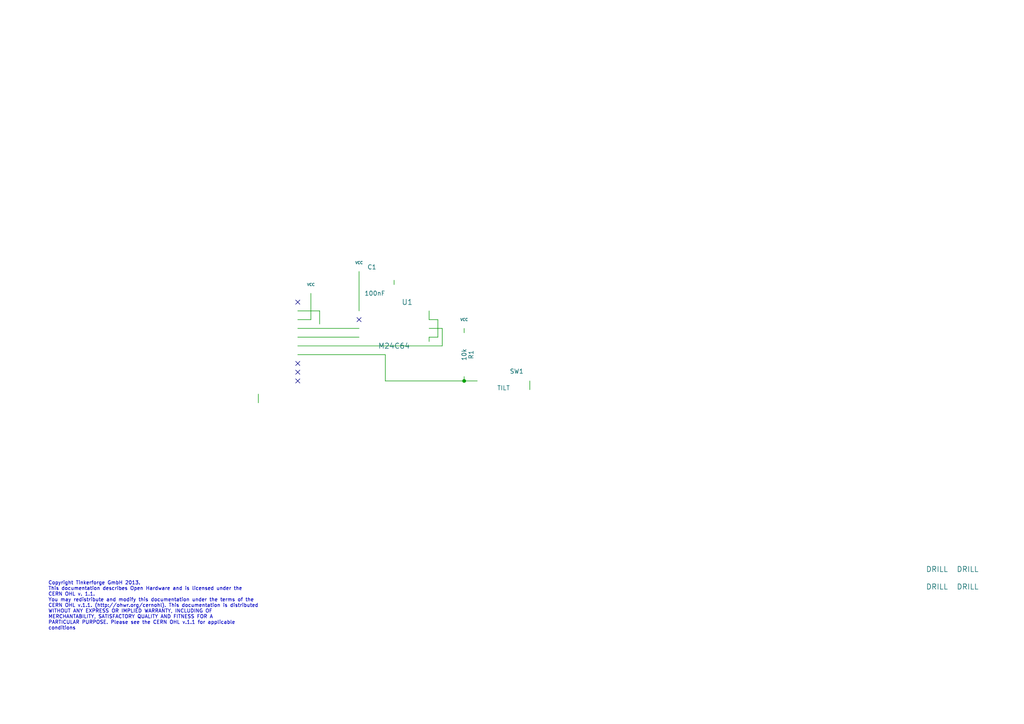
<source format=kicad_sch>
(kicad_sch (version 20230121) (generator eeschema)
  (paper "A4")
  (title_block (title "Tilt Bricklet") (date "6 aug 2013") (rev "1.0") (company "Tinkerforge GmbH") (comment 1 "Licensed under CERN OHL v.1.1") (comment 2 "Copyright (©) 2013, B.Nordmeyer <bastian@tinkerforge.com>"))
  (lib_symbols)
  (junction (at 134.62 110.49))
  (no_connect (at 86.36 107.95))
  (no_connect (at 86.36 105.41))
  (no_connect (at 104.14 92.71))
  (no_connect (at 86.36 87.63))
  (no_connect (at 86.36 110.49))
  (wire (pts (xy 128.27 100.33) (xy 128.27 95.25)))
  (wire (pts (xy 111.76 102.87) (xy 86.36 102.87)))
  (wire (pts (xy 90.17 92.71) (xy 86.36 92.71)))
  (wire (pts (xy 90.17 85.09) (xy 90.17 92.71)))
  (wire (pts (xy 114.3 81.28) (xy 114.3 82.55)))
  (wire (pts (xy 138.43 110.49) (xy 134.62 110.49)))
  (wire (pts (xy 127 97.79) (xy 127 92.71)))
  (wire (pts (xy 86.36 90.17) (xy 92.71 90.17)))
  (wire (pts (xy 124.46 97.79) (xy 124.46 99.06)))
  (wire (pts (xy 134.62 96.52) (xy 134.62 95.25)))
  (wire (pts (xy 128.27 95.25) (xy 124.46 95.25)))
  (wire (pts (xy 153.67 113.03) (xy 153.67 110.49)))
  (wire (pts (xy 111.76 110.49) (xy 111.76 102.87)))
  (wire (pts (xy 134.62 110.49) (xy 111.76 110.49)))
  (wire (pts (xy 124.46 92.71) (xy 124.46 90.17)))
  (wire (pts (xy 86.36 100.33) (xy 128.27 100.33)))
  (wire (pts (xy 104.14 95.25) (xy 86.36 95.25)))
  (wire (pts (xy 74.93 116.84) (xy 74.93 114.3)))
  (wire (pts (xy 104.14 78.74) (xy 104.14 90.17)))
  (wire (pts (xy 127 97.79) (xy 124.46 97.79)))
  (wire (pts (xy 127 92.71) (xy 124.46 92.71)))
  (wire (pts (xy 92.71 90.17) (xy 92.71 93.98)))
  (wire (pts (xy 104.14 97.79) (xy 86.36 97.79)))
  (wire (pts (xy 134.62 109.22) (xy 134.62 110.49)))
  (text "Copyright Tinkerforge GmbH 2013.\nThis documentation describes Open Hardware and is licensed under the\nCERN OHL v. 1.1.\nYou may redistribute and modify this documentation under the terms of the\nCERN OHL v.1.1. (http://ohwr.org/cernohl). This documentation is distributed\nWITHOUT ANY EXPRESS OR IMPLIED WARRANTY, INCLUDING OF\nMERCHANTABILITY, SATISFACTORY QUALITY AND FITNESS FOR A\nPARTICULAR PURPOSE. Please see the CERN OHL v.1.1 for applicable\nconditions\n" (at 13.97 182.88 0) (effects (font (size 1.016 1.016)) (justify left bottom)))
  (symbol (lib_id "CON-SENSOR") (at 74.93 99.06 0) (mirror y) (unit 1)
    (property "Reference" "P1" (at 81.28 85.09 0) (effects (font (size 1.524 1.524))))
    (property "Value" "CON-SENSOR" (at 71.12 99.06 90) (effects (font (size 1.524 1.524))))
    (property "Footprint" "CON-SENSOR" (effects hide))
  )
  (symbol (lib_id "GND") (at 74.93 116.84 0) (unit 1)
    (property "Reference" "#PWR06" (effects hide))
    (property "Value" "GND" (effects hide))
  )
  (symbol (lib_id "GND") (at 92.71 93.98 0) (unit 1)
    (property "Reference" "#PWR05" (effects hide))
    (property "Value" "GND" (effects hide))
  )
  (symbol (lib_id "VCC") (at 90.17 85.09 0) (unit 1)
    (property "Reference" "#PWR04" (effects hide))
    (property "Value" "VCC" (at 90.17 82.55 0) (effects (font (size 0.762 0.762))))
  )
  (symbol (lib_id "CAT24C") (at 114.3 100.33 0) (mirror y) (unit 1)
    (property "Reference" "U1" (at 118.11 87.63 0) (effects (font (size 1.524 1.524))))
    (property "Value" "M24C64" (at 114.3 100.33 0) (effects (font (size 1.524 1.524))))
    (property "Footprint" "SOIC8" (effects hide))
  )
  (symbol (lib_id "C") (at 109.22 81.28 90) (unit 1)
    (property "Reference" "C1" (at 109.22 77.47 90) (effects (justify left)))
    (property "Value" "100nF" (at 111.76 85.09 90) (effects (justify left)))
    (property "Footprint" "0603" (effects hide))
  )
  (symbol (lib_id "DRILL") (at 280.67 165.1 0) (unit 1)
    (property "Reference" "U4" (effects hide))
    (property "Value" "DRILL" (at 280.67 165.1 0) (effects (font (size 1.524 1.524))))
    (property "Footprint" "DRILL_NP" (effects hide))
  )
  (symbol (lib_id "DRILL") (at 280.67 170.18 0) (unit 1)
    (property "Reference" "U5" (effects hide))
    (property "Value" "DRILL" (at 280.67 170.18 0) (effects (font (size 1.524 1.524))))
    (property "Footprint" "DRILL_NP" (effects hide))
  )
  (symbol (lib_id "DRILL") (at 271.78 170.18 0) (unit 1)
    (property "Reference" "U3" (effects hide))
    (property "Value" "DRILL" (at 271.78 170.18 0) (effects (font (size 1.524 1.524))))
    (property "Footprint" "DRILL_NP" (effects hide))
  )
  (symbol (lib_id "DRILL") (at 271.78 165.1 0) (unit 1)
    (property "Reference" "U2" (effects hide))
    (property "Value" "DRILL" (at 271.78 165.1 0) (effects (font (size 1.524 1.524))))
    (property "Footprint" "DRILL_NP" (effects hide))
  )
  (symbol (lib_id "GND") (at 124.46 99.06 0) (unit 1)
    (property "Reference" "#PWR03" (effects hide))
    (property "Value" "GND" (effects hide))
  )
  (symbol (lib_id "VCC") (at 104.14 78.74 0) (unit 1)
    (property "Reference" "#PWR02" (effects hide))
    (property "Value" "VCC" (at 104.14 76.2 0) (effects (font (size 0.762 0.762))))
  )
  (symbol (lib_id "GND") (at 114.3 82.55 0) (unit 1)
    (property "Reference" "#PWR01" (effects hide))
    (property "Value" "GND" (effects hide))
  )
  (symbol (lib_id "SW_PUSH") (at 146.05 110.49 0) (unit 1)
    (property "Reference" "SW1" (at 149.86 107.696 0))
    (property "Value" "TILT" (at 146.05 112.522 0))
    (property "Footprint" "C1V5" (effects hide))
  )
  (symbol (lib_id "R") (at 134.62 102.87 0) (unit 1)
    (property "Reference" "R1" (at 136.652 102.87 90))
    (property "Value" "10k" (at 134.62 102.87 90))
    (property "Footprint" "0603" (effects hide))
  )
  (symbol (lib_id "VCC") (at 134.62 95.25 0) (unit 1)
    (property "Reference" "#PWR07" (effects hide))
    (property "Value" "VCC" (at 134.62 92.71 0) (effects (font (size 0.762 0.762))))
  )
  (symbol (lib_id "GND") (at 153.67 113.03 0) (unit 1)
    (property "Reference" "#PWR08" (effects hide))
    (property "Value" "GND" (effects hide))
  )
)
</source>
